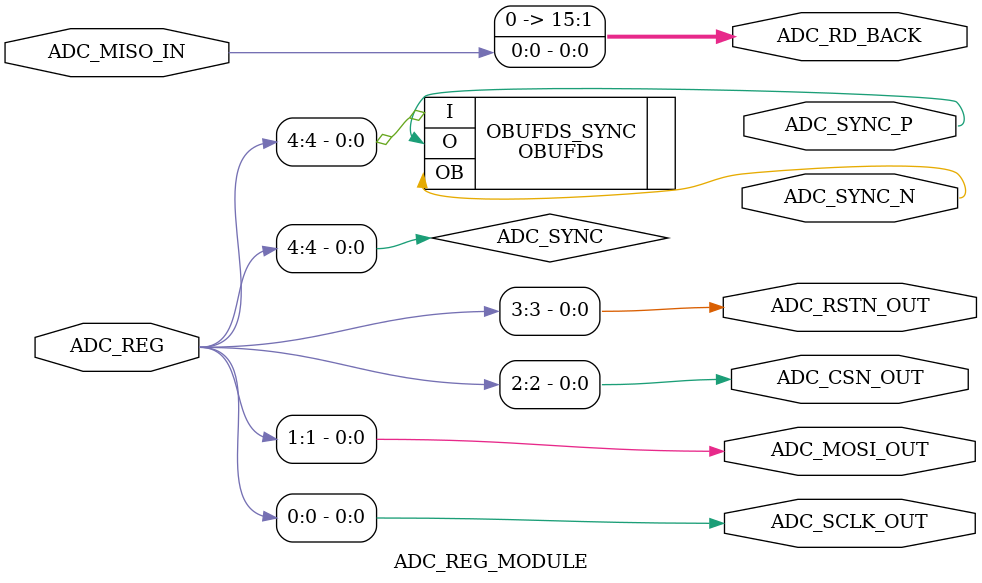
<source format=v>
`timescale 1ns / 1ps
module ADC_REG_MODULE(
	input [15:0]ADC_REG,
	input ADC_MISO_IN,
	
	output [15:0]ADC_RD_BACK,
	output ADC_SCLK_OUT,
	output ADC_MOSI_OUT,
	output ADC_CSN_OUT,
	output ADC_RSTN_OUT,
	output ADC_SYNC_P,
	output ADC_SYNC_N
    );
//Êä³öÂß¼­
assign ADC_SCLK_OUT = ADC_REG[0:0];
assign ADC_MOSI_OUT = ADC_REG[1:1];
assign ADC_CSN_OUT = ADC_REG[2:2];
assign ADC_RSTN_OUT = ADC_REG[3:3];

wire ADC_SYNC;
assign ADC_SYNC = ADC_REG[4:4];
//²î·ÖÊä³ö»º³åÆ÷
OBUFDS #(
      .IOSTANDARD("LVDS_25") 		// Specify the output I/O standard(LVDS 2.5V ²î·Ö½Ó¿Ú)
   ) OBUFDS_SYNC (
      .O(ADC_SYNC_P),     			// Diff_p output (connect directly to top-level port),UCFÊä³ö¸øADC
      .OB(ADC_SYNC_N),   			// Diff_n output (connect directly to top-level port),UCFÊä³ö¸øADC
      .I(ADC_SYNC)      			// Buffer input 
   );
//ÊäÈëÂß¼­
assign ADC_RD_BACK[0:0] = ADC_MISO_IN;
assign ADC_RD_BACK[15:1] = 0;

endmodule

</source>
